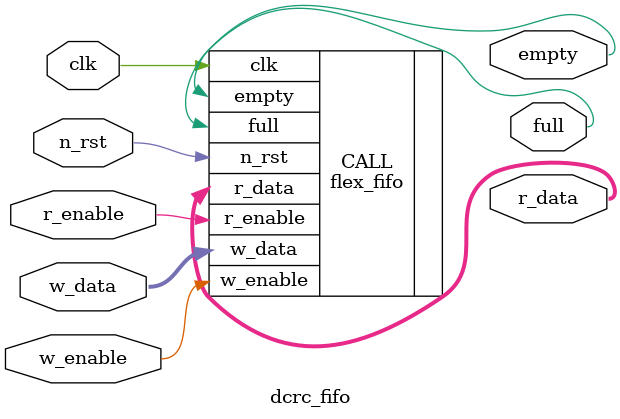
<source format=sv>

module dcrc_fifo (
		  input wire 	   clk,
		  input wire 	   n_rst,
		  input wire 	   r_enable,
		  input wire 	   w_enable,
		  input wire [7:0] w_data,
		  output wire [7:0] r_data,
		  output wire 	   empty,
		  output wire 	   full
		  );

   flex_fifo #(8,64,8) CALL(
		       .clk(clk),
		       .n_rst(n_rst),
		       .r_enable(r_enable),
		       .w_enable(w_enable),
		       .w_data(w_data),
		       .r_data(r_data),
		       .empty(empty),
		       .full(full)
		       );
endmodule // data_fifo

</source>
